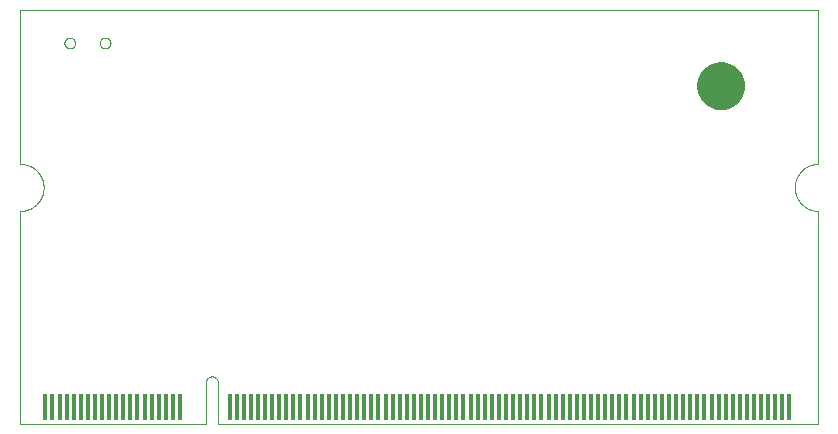
<source format=gbp>
G75*
%MOIN*%
%OFA0B0*%
%FSLAX25Y25*%
%IPPOS*%
%LPD*%
%AMOC8*
5,1,8,0,0,1.08239X$1,22.5*
%
%ADD10C,0.07874*%
%ADD11C,0.00000*%
%ADD12R,0.01772X0.09055*%
D10*
X0234813Y0117500D02*
X0234815Y0117625D01*
X0234821Y0117750D01*
X0234831Y0117874D01*
X0234845Y0117998D01*
X0234862Y0118122D01*
X0234884Y0118245D01*
X0234910Y0118367D01*
X0234939Y0118489D01*
X0234972Y0118609D01*
X0235010Y0118728D01*
X0235050Y0118847D01*
X0235095Y0118963D01*
X0235143Y0119078D01*
X0235195Y0119192D01*
X0235251Y0119304D01*
X0235310Y0119414D01*
X0235372Y0119522D01*
X0235438Y0119629D01*
X0235507Y0119733D01*
X0235580Y0119834D01*
X0235655Y0119934D01*
X0235734Y0120031D01*
X0235816Y0120125D01*
X0235901Y0120217D01*
X0235988Y0120306D01*
X0236079Y0120392D01*
X0236172Y0120475D01*
X0236268Y0120556D01*
X0236366Y0120633D01*
X0236466Y0120707D01*
X0236569Y0120778D01*
X0236674Y0120845D01*
X0236782Y0120910D01*
X0236891Y0120970D01*
X0237002Y0121028D01*
X0237115Y0121081D01*
X0237229Y0121131D01*
X0237345Y0121178D01*
X0237462Y0121220D01*
X0237581Y0121259D01*
X0237701Y0121295D01*
X0237822Y0121326D01*
X0237944Y0121354D01*
X0238066Y0121377D01*
X0238190Y0121397D01*
X0238314Y0121413D01*
X0238438Y0121425D01*
X0238563Y0121433D01*
X0238688Y0121437D01*
X0238812Y0121437D01*
X0238937Y0121433D01*
X0239062Y0121425D01*
X0239186Y0121413D01*
X0239310Y0121397D01*
X0239434Y0121377D01*
X0239556Y0121354D01*
X0239678Y0121326D01*
X0239799Y0121295D01*
X0239919Y0121259D01*
X0240038Y0121220D01*
X0240155Y0121178D01*
X0240271Y0121131D01*
X0240385Y0121081D01*
X0240498Y0121028D01*
X0240609Y0120970D01*
X0240719Y0120910D01*
X0240826Y0120845D01*
X0240931Y0120778D01*
X0241034Y0120707D01*
X0241134Y0120633D01*
X0241232Y0120556D01*
X0241328Y0120475D01*
X0241421Y0120392D01*
X0241512Y0120306D01*
X0241599Y0120217D01*
X0241684Y0120125D01*
X0241766Y0120031D01*
X0241845Y0119934D01*
X0241920Y0119834D01*
X0241993Y0119733D01*
X0242062Y0119629D01*
X0242128Y0119522D01*
X0242190Y0119414D01*
X0242249Y0119304D01*
X0242305Y0119192D01*
X0242357Y0119078D01*
X0242405Y0118963D01*
X0242450Y0118847D01*
X0242490Y0118728D01*
X0242528Y0118609D01*
X0242561Y0118489D01*
X0242590Y0118367D01*
X0242616Y0118245D01*
X0242638Y0118122D01*
X0242655Y0117998D01*
X0242669Y0117874D01*
X0242679Y0117750D01*
X0242685Y0117625D01*
X0242687Y0117500D01*
X0242685Y0117375D01*
X0242679Y0117250D01*
X0242669Y0117126D01*
X0242655Y0117002D01*
X0242638Y0116878D01*
X0242616Y0116755D01*
X0242590Y0116633D01*
X0242561Y0116511D01*
X0242528Y0116391D01*
X0242490Y0116272D01*
X0242450Y0116153D01*
X0242405Y0116037D01*
X0242357Y0115922D01*
X0242305Y0115808D01*
X0242249Y0115696D01*
X0242190Y0115586D01*
X0242128Y0115478D01*
X0242062Y0115371D01*
X0241993Y0115267D01*
X0241920Y0115166D01*
X0241845Y0115066D01*
X0241766Y0114969D01*
X0241684Y0114875D01*
X0241599Y0114783D01*
X0241512Y0114694D01*
X0241421Y0114608D01*
X0241328Y0114525D01*
X0241232Y0114444D01*
X0241134Y0114367D01*
X0241034Y0114293D01*
X0240931Y0114222D01*
X0240826Y0114155D01*
X0240718Y0114090D01*
X0240609Y0114030D01*
X0240498Y0113972D01*
X0240385Y0113919D01*
X0240271Y0113869D01*
X0240155Y0113822D01*
X0240038Y0113780D01*
X0239919Y0113741D01*
X0239799Y0113705D01*
X0239678Y0113674D01*
X0239556Y0113646D01*
X0239434Y0113623D01*
X0239310Y0113603D01*
X0239186Y0113587D01*
X0239062Y0113575D01*
X0238937Y0113567D01*
X0238812Y0113563D01*
X0238688Y0113563D01*
X0238563Y0113567D01*
X0238438Y0113575D01*
X0238314Y0113587D01*
X0238190Y0113603D01*
X0238066Y0113623D01*
X0237944Y0113646D01*
X0237822Y0113674D01*
X0237701Y0113705D01*
X0237581Y0113741D01*
X0237462Y0113780D01*
X0237345Y0113822D01*
X0237229Y0113869D01*
X0237115Y0113919D01*
X0237002Y0113972D01*
X0236891Y0114030D01*
X0236781Y0114090D01*
X0236674Y0114155D01*
X0236569Y0114222D01*
X0236466Y0114293D01*
X0236366Y0114367D01*
X0236268Y0114444D01*
X0236172Y0114525D01*
X0236079Y0114608D01*
X0235988Y0114694D01*
X0235901Y0114783D01*
X0235816Y0114875D01*
X0235734Y0114969D01*
X0235655Y0115066D01*
X0235580Y0115166D01*
X0235507Y0115267D01*
X0235438Y0115371D01*
X0235372Y0115478D01*
X0235310Y0115586D01*
X0235251Y0115696D01*
X0235195Y0115808D01*
X0235143Y0115922D01*
X0235095Y0116037D01*
X0235050Y0116153D01*
X0235010Y0116272D01*
X0234972Y0116391D01*
X0234939Y0116511D01*
X0234910Y0116633D01*
X0234884Y0116755D01*
X0234862Y0116878D01*
X0234845Y0117002D01*
X0234831Y0117126D01*
X0234821Y0117250D01*
X0234815Y0117375D01*
X0234813Y0117500D01*
D11*
X0005000Y0075866D02*
X0005000Y0005000D01*
X0067008Y0005000D01*
X0067008Y0018780D01*
X0067007Y0018780D02*
X0067009Y0018867D01*
X0067015Y0018954D01*
X0067024Y0019041D01*
X0067038Y0019127D01*
X0067055Y0019212D01*
X0067076Y0019297D01*
X0067101Y0019380D01*
X0067129Y0019463D01*
X0067161Y0019544D01*
X0067197Y0019623D01*
X0067236Y0019701D01*
X0067278Y0019777D01*
X0067324Y0019851D01*
X0067373Y0019923D01*
X0067425Y0019993D01*
X0067480Y0020060D01*
X0067538Y0020125D01*
X0067599Y0020188D01*
X0067663Y0020247D01*
X0067729Y0020304D01*
X0067798Y0020357D01*
X0067869Y0020408D01*
X0067942Y0020455D01*
X0068017Y0020500D01*
X0068094Y0020540D01*
X0068172Y0020578D01*
X0068253Y0020611D01*
X0068334Y0020642D01*
X0068417Y0020668D01*
X0068502Y0020691D01*
X0068587Y0020710D01*
X0068672Y0020725D01*
X0068759Y0020737D01*
X0068845Y0020745D01*
X0068932Y0020749D01*
X0069020Y0020749D01*
X0069107Y0020745D01*
X0069193Y0020737D01*
X0069280Y0020725D01*
X0069365Y0020710D01*
X0069450Y0020691D01*
X0069535Y0020668D01*
X0069618Y0020642D01*
X0069699Y0020611D01*
X0069780Y0020578D01*
X0069858Y0020540D01*
X0069935Y0020500D01*
X0070010Y0020455D01*
X0070083Y0020408D01*
X0070154Y0020357D01*
X0070223Y0020304D01*
X0070289Y0020247D01*
X0070353Y0020188D01*
X0070414Y0020125D01*
X0070472Y0020060D01*
X0070527Y0019993D01*
X0070579Y0019923D01*
X0070628Y0019851D01*
X0070674Y0019777D01*
X0070716Y0019701D01*
X0070755Y0019623D01*
X0070791Y0019544D01*
X0070823Y0019463D01*
X0070851Y0019380D01*
X0070876Y0019297D01*
X0070897Y0019212D01*
X0070914Y0019127D01*
X0070928Y0019041D01*
X0070937Y0018954D01*
X0070943Y0018867D01*
X0070945Y0018780D01*
X0070945Y0005000D01*
X0271142Y0005000D01*
X0271142Y0075866D01*
X0270950Y0075868D01*
X0270759Y0075875D01*
X0270567Y0075887D01*
X0270376Y0075903D01*
X0270186Y0075924D01*
X0269996Y0075950D01*
X0269806Y0075980D01*
X0269618Y0076015D01*
X0269430Y0076054D01*
X0269243Y0076098D01*
X0269058Y0076147D01*
X0268874Y0076200D01*
X0268691Y0076257D01*
X0268509Y0076319D01*
X0268329Y0076386D01*
X0268151Y0076456D01*
X0267974Y0076531D01*
X0267800Y0076611D01*
X0267627Y0076694D01*
X0267457Y0076782D01*
X0267288Y0076873D01*
X0267122Y0076969D01*
X0266959Y0077069D01*
X0266797Y0077173D01*
X0266639Y0077281D01*
X0266483Y0077392D01*
X0266330Y0077508D01*
X0266179Y0077627D01*
X0266032Y0077749D01*
X0265888Y0077876D01*
X0265746Y0078005D01*
X0265608Y0078138D01*
X0265473Y0078275D01*
X0265342Y0078415D01*
X0265214Y0078557D01*
X0265090Y0078703D01*
X0264969Y0078852D01*
X0264852Y0079004D01*
X0264738Y0079158D01*
X0264628Y0079316D01*
X0264523Y0079476D01*
X0264421Y0079638D01*
X0264323Y0079803D01*
X0264229Y0079970D01*
X0264139Y0080140D01*
X0264054Y0080311D01*
X0263972Y0080485D01*
X0263895Y0080660D01*
X0263822Y0080838D01*
X0263754Y0081017D01*
X0263690Y0081198D01*
X0263630Y0081380D01*
X0263575Y0081563D01*
X0263524Y0081748D01*
X0263478Y0081934D01*
X0263436Y0082122D01*
X0263399Y0082310D01*
X0263366Y0082499D01*
X0263339Y0082688D01*
X0263315Y0082879D01*
X0263297Y0083070D01*
X0263283Y0083261D01*
X0263273Y0083452D01*
X0263269Y0083644D01*
X0263269Y0083836D01*
X0263273Y0084028D01*
X0263283Y0084219D01*
X0263297Y0084410D01*
X0263315Y0084601D01*
X0263339Y0084792D01*
X0263366Y0084981D01*
X0263399Y0085170D01*
X0263436Y0085358D01*
X0263478Y0085546D01*
X0263524Y0085732D01*
X0263575Y0085917D01*
X0263630Y0086100D01*
X0263690Y0086282D01*
X0263754Y0086463D01*
X0263822Y0086642D01*
X0263895Y0086820D01*
X0263972Y0086995D01*
X0264054Y0087169D01*
X0264139Y0087340D01*
X0264229Y0087510D01*
X0264323Y0087677D01*
X0264421Y0087842D01*
X0264523Y0088004D01*
X0264628Y0088164D01*
X0264738Y0088322D01*
X0264852Y0088476D01*
X0264969Y0088628D01*
X0265090Y0088777D01*
X0265214Y0088923D01*
X0265342Y0089065D01*
X0265473Y0089205D01*
X0265608Y0089342D01*
X0265746Y0089475D01*
X0265888Y0089604D01*
X0266032Y0089731D01*
X0266179Y0089853D01*
X0266330Y0089972D01*
X0266483Y0090088D01*
X0266639Y0090199D01*
X0266797Y0090307D01*
X0266959Y0090411D01*
X0267122Y0090511D01*
X0267288Y0090607D01*
X0267457Y0090698D01*
X0267627Y0090786D01*
X0267800Y0090869D01*
X0267974Y0090949D01*
X0268151Y0091024D01*
X0268329Y0091094D01*
X0268509Y0091161D01*
X0268691Y0091223D01*
X0268874Y0091280D01*
X0269058Y0091333D01*
X0269243Y0091382D01*
X0269430Y0091426D01*
X0269618Y0091465D01*
X0269806Y0091500D01*
X0269996Y0091530D01*
X0270186Y0091556D01*
X0270376Y0091577D01*
X0270567Y0091593D01*
X0270759Y0091605D01*
X0270950Y0091612D01*
X0271142Y0091614D01*
X0271142Y0142795D01*
X0005000Y0142795D01*
X0005000Y0091614D01*
X0005192Y0091612D01*
X0005383Y0091605D01*
X0005575Y0091593D01*
X0005766Y0091577D01*
X0005956Y0091556D01*
X0006146Y0091530D01*
X0006336Y0091500D01*
X0006524Y0091465D01*
X0006712Y0091426D01*
X0006899Y0091382D01*
X0007084Y0091333D01*
X0007268Y0091280D01*
X0007451Y0091223D01*
X0007633Y0091161D01*
X0007813Y0091094D01*
X0007991Y0091024D01*
X0008168Y0090949D01*
X0008342Y0090869D01*
X0008515Y0090786D01*
X0008685Y0090698D01*
X0008854Y0090607D01*
X0009020Y0090511D01*
X0009183Y0090411D01*
X0009345Y0090307D01*
X0009503Y0090199D01*
X0009659Y0090088D01*
X0009812Y0089972D01*
X0009963Y0089853D01*
X0010110Y0089731D01*
X0010254Y0089604D01*
X0010396Y0089475D01*
X0010534Y0089342D01*
X0010669Y0089205D01*
X0010800Y0089065D01*
X0010928Y0088923D01*
X0011052Y0088777D01*
X0011173Y0088628D01*
X0011290Y0088476D01*
X0011404Y0088322D01*
X0011514Y0088164D01*
X0011619Y0088004D01*
X0011721Y0087842D01*
X0011819Y0087677D01*
X0011913Y0087510D01*
X0012003Y0087340D01*
X0012088Y0087169D01*
X0012170Y0086995D01*
X0012247Y0086820D01*
X0012320Y0086642D01*
X0012388Y0086463D01*
X0012452Y0086282D01*
X0012512Y0086100D01*
X0012567Y0085917D01*
X0012618Y0085732D01*
X0012664Y0085546D01*
X0012706Y0085358D01*
X0012743Y0085170D01*
X0012776Y0084981D01*
X0012803Y0084792D01*
X0012827Y0084601D01*
X0012845Y0084410D01*
X0012859Y0084219D01*
X0012869Y0084028D01*
X0012873Y0083836D01*
X0012873Y0083644D01*
X0012869Y0083452D01*
X0012859Y0083261D01*
X0012845Y0083070D01*
X0012827Y0082879D01*
X0012803Y0082688D01*
X0012776Y0082499D01*
X0012743Y0082310D01*
X0012706Y0082122D01*
X0012664Y0081934D01*
X0012618Y0081748D01*
X0012567Y0081563D01*
X0012512Y0081380D01*
X0012452Y0081198D01*
X0012388Y0081017D01*
X0012320Y0080838D01*
X0012247Y0080660D01*
X0012170Y0080485D01*
X0012088Y0080311D01*
X0012003Y0080140D01*
X0011913Y0079970D01*
X0011819Y0079803D01*
X0011721Y0079638D01*
X0011619Y0079476D01*
X0011514Y0079316D01*
X0011404Y0079158D01*
X0011290Y0079004D01*
X0011173Y0078852D01*
X0011052Y0078703D01*
X0010928Y0078557D01*
X0010800Y0078415D01*
X0010669Y0078275D01*
X0010534Y0078138D01*
X0010396Y0078005D01*
X0010254Y0077876D01*
X0010110Y0077749D01*
X0009963Y0077627D01*
X0009812Y0077508D01*
X0009659Y0077392D01*
X0009503Y0077281D01*
X0009345Y0077173D01*
X0009183Y0077069D01*
X0009020Y0076969D01*
X0008854Y0076873D01*
X0008685Y0076782D01*
X0008515Y0076694D01*
X0008342Y0076611D01*
X0008168Y0076531D01*
X0007991Y0076456D01*
X0007813Y0076386D01*
X0007633Y0076319D01*
X0007451Y0076257D01*
X0007268Y0076200D01*
X0007084Y0076147D01*
X0006899Y0076098D01*
X0006712Y0076054D01*
X0006524Y0076015D01*
X0006336Y0075980D01*
X0006146Y0075950D01*
X0005956Y0075924D01*
X0005766Y0075903D01*
X0005575Y0075887D01*
X0005383Y0075875D01*
X0005192Y0075868D01*
X0005000Y0075866D01*
X0019822Y0131875D02*
X0019824Y0131959D01*
X0019830Y0132042D01*
X0019840Y0132125D01*
X0019854Y0132208D01*
X0019871Y0132290D01*
X0019893Y0132371D01*
X0019918Y0132450D01*
X0019947Y0132529D01*
X0019980Y0132606D01*
X0020016Y0132681D01*
X0020056Y0132755D01*
X0020099Y0132827D01*
X0020146Y0132896D01*
X0020196Y0132963D01*
X0020249Y0133028D01*
X0020305Y0133090D01*
X0020363Y0133150D01*
X0020425Y0133207D01*
X0020489Y0133260D01*
X0020556Y0133311D01*
X0020625Y0133358D01*
X0020696Y0133403D01*
X0020769Y0133443D01*
X0020844Y0133480D01*
X0020921Y0133514D01*
X0020999Y0133544D01*
X0021078Y0133570D01*
X0021159Y0133593D01*
X0021241Y0133611D01*
X0021323Y0133626D01*
X0021406Y0133637D01*
X0021489Y0133644D01*
X0021573Y0133647D01*
X0021657Y0133646D01*
X0021740Y0133641D01*
X0021824Y0133632D01*
X0021906Y0133619D01*
X0021988Y0133603D01*
X0022069Y0133582D01*
X0022150Y0133558D01*
X0022228Y0133530D01*
X0022306Y0133498D01*
X0022382Y0133462D01*
X0022456Y0133423D01*
X0022528Y0133381D01*
X0022598Y0133335D01*
X0022666Y0133286D01*
X0022731Y0133234D01*
X0022794Y0133179D01*
X0022854Y0133121D01*
X0022912Y0133060D01*
X0022966Y0132996D01*
X0023018Y0132930D01*
X0023066Y0132862D01*
X0023111Y0132791D01*
X0023152Y0132718D01*
X0023191Y0132644D01*
X0023225Y0132568D01*
X0023256Y0132490D01*
X0023283Y0132411D01*
X0023307Y0132330D01*
X0023326Y0132249D01*
X0023342Y0132167D01*
X0023354Y0132084D01*
X0023362Y0132000D01*
X0023366Y0131917D01*
X0023366Y0131833D01*
X0023362Y0131750D01*
X0023354Y0131666D01*
X0023342Y0131583D01*
X0023326Y0131501D01*
X0023307Y0131420D01*
X0023283Y0131339D01*
X0023256Y0131260D01*
X0023225Y0131182D01*
X0023191Y0131106D01*
X0023152Y0131032D01*
X0023111Y0130959D01*
X0023066Y0130888D01*
X0023018Y0130820D01*
X0022966Y0130754D01*
X0022912Y0130690D01*
X0022854Y0130629D01*
X0022794Y0130571D01*
X0022731Y0130516D01*
X0022666Y0130464D01*
X0022598Y0130415D01*
X0022528Y0130369D01*
X0022456Y0130327D01*
X0022382Y0130288D01*
X0022306Y0130252D01*
X0022228Y0130220D01*
X0022150Y0130192D01*
X0022069Y0130168D01*
X0021988Y0130147D01*
X0021906Y0130131D01*
X0021824Y0130118D01*
X0021740Y0130109D01*
X0021657Y0130104D01*
X0021573Y0130103D01*
X0021489Y0130106D01*
X0021406Y0130113D01*
X0021323Y0130124D01*
X0021241Y0130139D01*
X0021159Y0130157D01*
X0021078Y0130180D01*
X0020999Y0130206D01*
X0020921Y0130236D01*
X0020844Y0130270D01*
X0020769Y0130307D01*
X0020696Y0130347D01*
X0020625Y0130392D01*
X0020556Y0130439D01*
X0020489Y0130490D01*
X0020425Y0130543D01*
X0020363Y0130600D01*
X0020305Y0130660D01*
X0020249Y0130722D01*
X0020196Y0130787D01*
X0020146Y0130854D01*
X0020099Y0130923D01*
X0020056Y0130995D01*
X0020016Y0131069D01*
X0019980Y0131144D01*
X0019947Y0131221D01*
X0019918Y0131300D01*
X0019893Y0131379D01*
X0019871Y0131460D01*
X0019854Y0131542D01*
X0019840Y0131625D01*
X0019830Y0131708D01*
X0019824Y0131791D01*
X0019822Y0131875D01*
X0031634Y0131875D02*
X0031636Y0131959D01*
X0031642Y0132042D01*
X0031652Y0132125D01*
X0031666Y0132208D01*
X0031683Y0132290D01*
X0031705Y0132371D01*
X0031730Y0132450D01*
X0031759Y0132529D01*
X0031792Y0132606D01*
X0031828Y0132681D01*
X0031868Y0132755D01*
X0031911Y0132827D01*
X0031958Y0132896D01*
X0032008Y0132963D01*
X0032061Y0133028D01*
X0032117Y0133090D01*
X0032175Y0133150D01*
X0032237Y0133207D01*
X0032301Y0133260D01*
X0032368Y0133311D01*
X0032437Y0133358D01*
X0032508Y0133403D01*
X0032581Y0133443D01*
X0032656Y0133480D01*
X0032733Y0133514D01*
X0032811Y0133544D01*
X0032890Y0133570D01*
X0032971Y0133593D01*
X0033053Y0133611D01*
X0033135Y0133626D01*
X0033218Y0133637D01*
X0033301Y0133644D01*
X0033385Y0133647D01*
X0033469Y0133646D01*
X0033552Y0133641D01*
X0033636Y0133632D01*
X0033718Y0133619D01*
X0033800Y0133603D01*
X0033881Y0133582D01*
X0033962Y0133558D01*
X0034040Y0133530D01*
X0034118Y0133498D01*
X0034194Y0133462D01*
X0034268Y0133423D01*
X0034340Y0133381D01*
X0034410Y0133335D01*
X0034478Y0133286D01*
X0034543Y0133234D01*
X0034606Y0133179D01*
X0034666Y0133121D01*
X0034724Y0133060D01*
X0034778Y0132996D01*
X0034830Y0132930D01*
X0034878Y0132862D01*
X0034923Y0132791D01*
X0034964Y0132718D01*
X0035003Y0132644D01*
X0035037Y0132568D01*
X0035068Y0132490D01*
X0035095Y0132411D01*
X0035119Y0132330D01*
X0035138Y0132249D01*
X0035154Y0132167D01*
X0035166Y0132084D01*
X0035174Y0132000D01*
X0035178Y0131917D01*
X0035178Y0131833D01*
X0035174Y0131750D01*
X0035166Y0131666D01*
X0035154Y0131583D01*
X0035138Y0131501D01*
X0035119Y0131420D01*
X0035095Y0131339D01*
X0035068Y0131260D01*
X0035037Y0131182D01*
X0035003Y0131106D01*
X0034964Y0131032D01*
X0034923Y0130959D01*
X0034878Y0130888D01*
X0034830Y0130820D01*
X0034778Y0130754D01*
X0034724Y0130690D01*
X0034666Y0130629D01*
X0034606Y0130571D01*
X0034543Y0130516D01*
X0034478Y0130464D01*
X0034410Y0130415D01*
X0034340Y0130369D01*
X0034268Y0130327D01*
X0034194Y0130288D01*
X0034118Y0130252D01*
X0034040Y0130220D01*
X0033962Y0130192D01*
X0033881Y0130168D01*
X0033800Y0130147D01*
X0033718Y0130131D01*
X0033636Y0130118D01*
X0033552Y0130109D01*
X0033469Y0130104D01*
X0033385Y0130103D01*
X0033301Y0130106D01*
X0033218Y0130113D01*
X0033135Y0130124D01*
X0033053Y0130139D01*
X0032971Y0130157D01*
X0032890Y0130180D01*
X0032811Y0130206D01*
X0032733Y0130236D01*
X0032656Y0130270D01*
X0032581Y0130307D01*
X0032508Y0130347D01*
X0032437Y0130392D01*
X0032368Y0130439D01*
X0032301Y0130490D01*
X0032237Y0130543D01*
X0032175Y0130600D01*
X0032117Y0130660D01*
X0032061Y0130722D01*
X0032008Y0130787D01*
X0031958Y0130854D01*
X0031911Y0130923D01*
X0031868Y0130995D01*
X0031828Y0131069D01*
X0031792Y0131144D01*
X0031759Y0131221D01*
X0031730Y0131300D01*
X0031705Y0131379D01*
X0031683Y0131460D01*
X0031666Y0131542D01*
X0031652Y0131625D01*
X0031642Y0131708D01*
X0031636Y0131791D01*
X0031634Y0131875D01*
D12*
X0032362Y0010512D03*
X0030000Y0010512D03*
X0027638Y0010512D03*
X0025276Y0010512D03*
X0022913Y0010512D03*
X0020551Y0010512D03*
X0018189Y0010512D03*
X0015827Y0010512D03*
X0013465Y0010512D03*
X0034724Y0010512D03*
X0037087Y0010512D03*
X0039449Y0010512D03*
X0041811Y0010512D03*
X0044173Y0010512D03*
X0046535Y0010512D03*
X0048898Y0010512D03*
X0051260Y0010512D03*
X0053622Y0010512D03*
X0055984Y0010512D03*
X0058346Y0010512D03*
X0074882Y0010512D03*
X0077244Y0010512D03*
X0079606Y0010512D03*
X0081969Y0010512D03*
X0084331Y0010512D03*
X0086693Y0010512D03*
X0089055Y0010512D03*
X0091417Y0010512D03*
X0093780Y0010512D03*
X0096142Y0010512D03*
X0098504Y0010512D03*
X0100866Y0010512D03*
X0103228Y0010512D03*
X0105591Y0010512D03*
X0107953Y0010512D03*
X0110315Y0010512D03*
X0112677Y0010512D03*
X0115039Y0010512D03*
X0117402Y0010512D03*
X0119764Y0010512D03*
X0122126Y0010512D03*
X0124488Y0010512D03*
X0126850Y0010512D03*
X0129213Y0010512D03*
X0131575Y0010512D03*
X0133937Y0010512D03*
X0136299Y0010512D03*
X0138661Y0010512D03*
X0141024Y0010512D03*
X0143386Y0010512D03*
X0145748Y0010512D03*
X0148110Y0010512D03*
X0150472Y0010512D03*
X0152835Y0010512D03*
X0155197Y0010512D03*
X0157559Y0010512D03*
X0159921Y0010512D03*
X0162283Y0010512D03*
X0164646Y0010512D03*
X0167008Y0010512D03*
X0169370Y0010512D03*
X0171732Y0010512D03*
X0174094Y0010512D03*
X0176457Y0010512D03*
X0178819Y0010512D03*
X0181181Y0010512D03*
X0183543Y0010512D03*
X0185906Y0010512D03*
X0188268Y0010512D03*
X0190630Y0010512D03*
X0192992Y0010512D03*
X0195354Y0010512D03*
X0197717Y0010512D03*
X0200079Y0010512D03*
X0202441Y0010512D03*
X0204803Y0010512D03*
X0207165Y0010512D03*
X0209528Y0010512D03*
X0211890Y0010512D03*
X0214252Y0010512D03*
X0216614Y0010512D03*
X0218976Y0010512D03*
X0221339Y0010512D03*
X0223701Y0010512D03*
X0226063Y0010512D03*
X0228425Y0010512D03*
X0230787Y0010512D03*
X0233150Y0010512D03*
X0235512Y0010512D03*
X0237874Y0010512D03*
X0240236Y0010512D03*
X0242598Y0010512D03*
X0244961Y0010512D03*
X0247323Y0010512D03*
X0249685Y0010512D03*
X0252047Y0010512D03*
X0254409Y0010512D03*
X0256772Y0010512D03*
X0259134Y0010512D03*
X0261496Y0010512D03*
M02*

</source>
